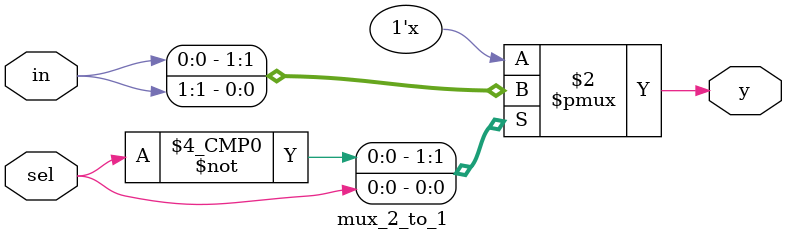
<source format=v>
module mux_2_to_1(
        input [1:0]in,
        input sel,
        output reg y);
    always@(*)
       begin
          case(sel)
            1'b0 : y = in[0];
            1'b1 : y = in[1];
         endcase
       end
endmodule

</source>
